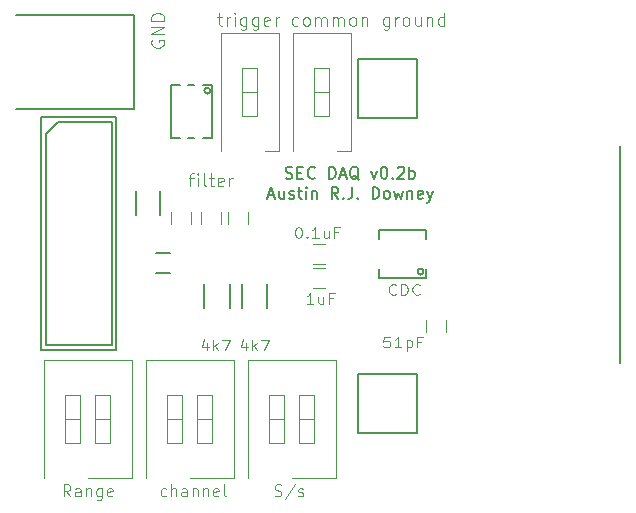
<source format=gbr>
G04 #@! TF.FileFunction,Legend,Top*
%FSLAX46Y46*%
G04 Gerber Fmt 4.6, Leading zero omitted, Abs format (unit mm)*
G04 Created by KiCad (PCBNEW 4.0.5) date 02/15/17 17:48:56*
%MOMM*%
%LPD*%
G01*
G04 APERTURE LIST*
%ADD10C,0.100000*%
%ADD11C,0.200000*%
%ADD12C,0.150000*%
%ADD13C,0.120000*%
G04 APERTURE END LIST*
D10*
X166709000Y-88595095D02*
X166656619Y-88699857D01*
X166656619Y-88857000D01*
X166709000Y-89014142D01*
X166813762Y-89118904D01*
X166918524Y-89171285D01*
X167128048Y-89223666D01*
X167285190Y-89223666D01*
X167494714Y-89171285D01*
X167599476Y-89118904D01*
X167704238Y-89014142D01*
X167756619Y-88857000D01*
X167756619Y-88752238D01*
X167704238Y-88595095D01*
X167651857Y-88542714D01*
X167285190Y-88542714D01*
X167285190Y-88752238D01*
X167756619Y-88071285D02*
X166656619Y-88071285D01*
X167756619Y-87442714D01*
X166656619Y-87442714D01*
X167756619Y-86918904D02*
X166656619Y-86918904D01*
X166656619Y-86656999D01*
X166709000Y-86499857D01*
X166813762Y-86395095D01*
X166918524Y-86342714D01*
X167128048Y-86290333D01*
X167285190Y-86290333D01*
X167494714Y-86342714D01*
X167599476Y-86395095D01*
X167704238Y-86499857D01*
X167756619Y-86656999D01*
X167756619Y-86918904D01*
X187396524Y-110049429D02*
X187348905Y-110092286D01*
X187206048Y-110135143D01*
X187110810Y-110135143D01*
X186967952Y-110092286D01*
X186872714Y-110006571D01*
X186825095Y-109920857D01*
X186777476Y-109749429D01*
X186777476Y-109620857D01*
X186825095Y-109449429D01*
X186872714Y-109363714D01*
X186967952Y-109278000D01*
X187110810Y-109235143D01*
X187206048Y-109235143D01*
X187348905Y-109278000D01*
X187396524Y-109320857D01*
X187825095Y-110135143D02*
X187825095Y-109235143D01*
X188063190Y-109235143D01*
X188206048Y-109278000D01*
X188301286Y-109363714D01*
X188348905Y-109449429D01*
X188396524Y-109620857D01*
X188396524Y-109749429D01*
X188348905Y-109920857D01*
X188301286Y-110006571D01*
X188206048Y-110092286D01*
X188063190Y-110135143D01*
X187825095Y-110135143D01*
X189396524Y-110049429D02*
X189348905Y-110092286D01*
X189206048Y-110135143D01*
X189110810Y-110135143D01*
X188967952Y-110092286D01*
X188872714Y-110006571D01*
X188825095Y-109920857D01*
X188777476Y-109749429D01*
X188777476Y-109620857D01*
X188825095Y-109449429D01*
X188872714Y-109363714D01*
X188967952Y-109278000D01*
X189110810Y-109235143D01*
X189206048Y-109235143D01*
X189348905Y-109278000D01*
X189396524Y-109320857D01*
X169818287Y-100221286D02*
X170237335Y-100221286D01*
X169975430Y-100954619D02*
X169975430Y-100011762D01*
X170027811Y-99907000D01*
X170132573Y-99854619D01*
X170237335Y-99854619D01*
X170604001Y-100954619D02*
X170604001Y-100221286D01*
X170604001Y-99854619D02*
X170551620Y-99907000D01*
X170604001Y-99959381D01*
X170656382Y-99907000D01*
X170604001Y-99854619D01*
X170604001Y-99959381D01*
X171284954Y-100954619D02*
X171180192Y-100902238D01*
X171127811Y-100797476D01*
X171127811Y-99854619D01*
X171546858Y-100221286D02*
X171965906Y-100221286D01*
X171704001Y-99854619D02*
X171704001Y-100797476D01*
X171756382Y-100902238D01*
X171861144Y-100954619D01*
X171965906Y-100954619D01*
X172751619Y-100902238D02*
X172646857Y-100954619D01*
X172437334Y-100954619D01*
X172332572Y-100902238D01*
X172280191Y-100797476D01*
X172280191Y-100378429D01*
X172332572Y-100273667D01*
X172437334Y-100221286D01*
X172646857Y-100221286D01*
X172751619Y-100273667D01*
X172804000Y-100378429D01*
X172804000Y-100483190D01*
X172280191Y-100587952D01*
X173275429Y-100954619D02*
X173275429Y-100221286D01*
X173275429Y-100430810D02*
X173327810Y-100326048D01*
X173380191Y-100273667D01*
X173484953Y-100221286D01*
X173589714Y-100221286D01*
X174696524Y-114234143D02*
X174696524Y-114834143D01*
X174458428Y-113891286D02*
X174220333Y-114534143D01*
X174839381Y-114534143D01*
X175220333Y-114834143D02*
X175220333Y-113934143D01*
X175315571Y-114491286D02*
X175601286Y-114834143D01*
X175601286Y-114234143D02*
X175220333Y-114577000D01*
X175934619Y-113934143D02*
X176601286Y-113934143D01*
X176172714Y-114834143D01*
X171394524Y-114234143D02*
X171394524Y-114834143D01*
X171156428Y-113891286D02*
X170918333Y-114534143D01*
X171537381Y-114534143D01*
X171918333Y-114834143D02*
X171918333Y-113934143D01*
X172013571Y-114491286D02*
X172299286Y-114834143D01*
X172299286Y-114234143D02*
X171918333Y-114577000D01*
X172632619Y-113934143D02*
X173299286Y-113934143D01*
X172870714Y-114834143D01*
X179078143Y-104409143D02*
X179173382Y-104409143D01*
X179268620Y-104452000D01*
X179316239Y-104494857D01*
X179363858Y-104580571D01*
X179411477Y-104752000D01*
X179411477Y-104966286D01*
X179363858Y-105137714D01*
X179316239Y-105223429D01*
X179268620Y-105266286D01*
X179173382Y-105309143D01*
X179078143Y-105309143D01*
X178982905Y-105266286D01*
X178935286Y-105223429D01*
X178887667Y-105137714D01*
X178840048Y-104966286D01*
X178840048Y-104752000D01*
X178887667Y-104580571D01*
X178935286Y-104494857D01*
X178982905Y-104452000D01*
X179078143Y-104409143D01*
X179840048Y-105223429D02*
X179887667Y-105266286D01*
X179840048Y-105309143D01*
X179792429Y-105266286D01*
X179840048Y-105223429D01*
X179840048Y-105309143D01*
X180840048Y-105309143D02*
X180268619Y-105309143D01*
X180554333Y-105309143D02*
X180554333Y-104409143D01*
X180459095Y-104537714D01*
X180363857Y-104623429D01*
X180268619Y-104666286D01*
X181697191Y-104709143D02*
X181697191Y-105309143D01*
X181268619Y-104709143D02*
X181268619Y-105180571D01*
X181316238Y-105266286D01*
X181411476Y-105309143D01*
X181554334Y-105309143D01*
X181649572Y-105266286D01*
X181697191Y-105223429D01*
X182506715Y-104837714D02*
X182173381Y-104837714D01*
X182173381Y-105309143D02*
X182173381Y-104409143D01*
X182649572Y-104409143D01*
X180379762Y-110897143D02*
X179808333Y-110897143D01*
X180094047Y-110897143D02*
X180094047Y-109997143D01*
X179998809Y-110125714D01*
X179903571Y-110211429D01*
X179808333Y-110254286D01*
X181236905Y-110297143D02*
X181236905Y-110897143D01*
X180808333Y-110297143D02*
X180808333Y-110768571D01*
X180855952Y-110854286D01*
X180951190Y-110897143D01*
X181094048Y-110897143D01*
X181189286Y-110854286D01*
X181236905Y-110811429D01*
X182046429Y-110425714D02*
X181713095Y-110425714D01*
X181713095Y-110897143D02*
X181713095Y-109997143D01*
X182189286Y-109997143D01*
X186840953Y-113680143D02*
X186364762Y-113680143D01*
X186317143Y-114108714D01*
X186364762Y-114065857D01*
X186460000Y-114023000D01*
X186698096Y-114023000D01*
X186793334Y-114065857D01*
X186840953Y-114108714D01*
X186888572Y-114194429D01*
X186888572Y-114408714D01*
X186840953Y-114494429D01*
X186793334Y-114537286D01*
X186698096Y-114580143D01*
X186460000Y-114580143D01*
X186364762Y-114537286D01*
X186317143Y-114494429D01*
X187840953Y-114580143D02*
X187269524Y-114580143D01*
X187555238Y-114580143D02*
X187555238Y-113680143D01*
X187460000Y-113808714D01*
X187364762Y-113894429D01*
X187269524Y-113937286D01*
X188269524Y-113980143D02*
X188269524Y-114880143D01*
X188269524Y-114023000D02*
X188364762Y-113980143D01*
X188555239Y-113980143D01*
X188650477Y-114023000D01*
X188698096Y-114065857D01*
X188745715Y-114151571D01*
X188745715Y-114408714D01*
X188698096Y-114494429D01*
X188650477Y-114537286D01*
X188555239Y-114580143D01*
X188364762Y-114580143D01*
X188269524Y-114537286D01*
X189507620Y-114108714D02*
X189174286Y-114108714D01*
X189174286Y-114580143D02*
X189174286Y-113680143D01*
X189650477Y-113680143D01*
X179093762Y-87313238D02*
X178989000Y-87365619D01*
X178779477Y-87365619D01*
X178674715Y-87313238D01*
X178622334Y-87260857D01*
X178569953Y-87156095D01*
X178569953Y-86841810D01*
X178622334Y-86737048D01*
X178674715Y-86684667D01*
X178779477Y-86632286D01*
X178989000Y-86632286D01*
X179093762Y-86684667D01*
X179722334Y-87365619D02*
X179617572Y-87313238D01*
X179565191Y-87260857D01*
X179512810Y-87156095D01*
X179512810Y-86841810D01*
X179565191Y-86737048D01*
X179617572Y-86684667D01*
X179722334Y-86632286D01*
X179879476Y-86632286D01*
X179984238Y-86684667D01*
X180036619Y-86737048D01*
X180089000Y-86841810D01*
X180089000Y-87156095D01*
X180036619Y-87260857D01*
X179984238Y-87313238D01*
X179879476Y-87365619D01*
X179722334Y-87365619D01*
X180560429Y-87365619D02*
X180560429Y-86632286D01*
X180560429Y-86737048D02*
X180612810Y-86684667D01*
X180717572Y-86632286D01*
X180874714Y-86632286D01*
X180979476Y-86684667D01*
X181031857Y-86789429D01*
X181031857Y-87365619D01*
X181031857Y-86789429D02*
X181084238Y-86684667D01*
X181189000Y-86632286D01*
X181346143Y-86632286D01*
X181450905Y-86684667D01*
X181503286Y-86789429D01*
X181503286Y-87365619D01*
X182027096Y-87365619D02*
X182027096Y-86632286D01*
X182027096Y-86737048D02*
X182079477Y-86684667D01*
X182184239Y-86632286D01*
X182341381Y-86632286D01*
X182446143Y-86684667D01*
X182498524Y-86789429D01*
X182498524Y-87365619D01*
X182498524Y-86789429D02*
X182550905Y-86684667D01*
X182655667Y-86632286D01*
X182812810Y-86632286D01*
X182917572Y-86684667D01*
X182969953Y-86789429D01*
X182969953Y-87365619D01*
X183650906Y-87365619D02*
X183546144Y-87313238D01*
X183493763Y-87260857D01*
X183441382Y-87156095D01*
X183441382Y-86841810D01*
X183493763Y-86737048D01*
X183546144Y-86684667D01*
X183650906Y-86632286D01*
X183808048Y-86632286D01*
X183912810Y-86684667D01*
X183965191Y-86737048D01*
X184017572Y-86841810D01*
X184017572Y-87156095D01*
X183965191Y-87260857D01*
X183912810Y-87313238D01*
X183808048Y-87365619D01*
X183650906Y-87365619D01*
X184489001Y-86632286D02*
X184489001Y-87365619D01*
X184489001Y-86737048D02*
X184541382Y-86684667D01*
X184646144Y-86632286D01*
X184803286Y-86632286D01*
X184908048Y-86684667D01*
X184960429Y-86789429D01*
X184960429Y-87365619D01*
X186793762Y-86632286D02*
X186793762Y-87522762D01*
X186741381Y-87627524D01*
X186689000Y-87679905D01*
X186584239Y-87732286D01*
X186427096Y-87732286D01*
X186322334Y-87679905D01*
X186793762Y-87313238D02*
X186689000Y-87365619D01*
X186479477Y-87365619D01*
X186374715Y-87313238D01*
X186322334Y-87260857D01*
X186269953Y-87156095D01*
X186269953Y-86841810D01*
X186322334Y-86737048D01*
X186374715Y-86684667D01*
X186479477Y-86632286D01*
X186689000Y-86632286D01*
X186793762Y-86684667D01*
X187317572Y-87365619D02*
X187317572Y-86632286D01*
X187317572Y-86841810D02*
X187369953Y-86737048D01*
X187422334Y-86684667D01*
X187527096Y-86632286D01*
X187631857Y-86632286D01*
X188155667Y-87365619D02*
X188050905Y-87313238D01*
X187998524Y-87260857D01*
X187946143Y-87156095D01*
X187946143Y-86841810D01*
X187998524Y-86737048D01*
X188050905Y-86684667D01*
X188155667Y-86632286D01*
X188312809Y-86632286D01*
X188417571Y-86684667D01*
X188469952Y-86737048D01*
X188522333Y-86841810D01*
X188522333Y-87156095D01*
X188469952Y-87260857D01*
X188417571Y-87313238D01*
X188312809Y-87365619D01*
X188155667Y-87365619D01*
X189465190Y-86632286D02*
X189465190Y-87365619D01*
X188993762Y-86632286D02*
X188993762Y-87208476D01*
X189046143Y-87313238D01*
X189150905Y-87365619D01*
X189308047Y-87365619D01*
X189412809Y-87313238D01*
X189465190Y-87260857D01*
X189989000Y-86632286D02*
X189989000Y-87365619D01*
X189989000Y-86737048D02*
X190041381Y-86684667D01*
X190146143Y-86632286D01*
X190303285Y-86632286D01*
X190408047Y-86684667D01*
X190460428Y-86789429D01*
X190460428Y-87365619D01*
X191455666Y-87365619D02*
X191455666Y-86265619D01*
X191455666Y-87313238D02*
X191350904Y-87365619D01*
X191141381Y-87365619D01*
X191036619Y-87313238D01*
X190984238Y-87260857D01*
X190931857Y-87156095D01*
X190931857Y-86841810D01*
X190984238Y-86737048D01*
X191036619Y-86684667D01*
X191141381Y-86632286D01*
X191350904Y-86632286D01*
X191455666Y-86684667D01*
X172259953Y-86632286D02*
X172679001Y-86632286D01*
X172417096Y-86265619D02*
X172417096Y-87208476D01*
X172469477Y-87313238D01*
X172574239Y-87365619D01*
X172679001Y-87365619D01*
X173045667Y-87365619D02*
X173045667Y-86632286D01*
X173045667Y-86841810D02*
X173098048Y-86737048D01*
X173150429Y-86684667D01*
X173255191Y-86632286D01*
X173359952Y-86632286D01*
X173726619Y-87365619D02*
X173726619Y-86632286D01*
X173726619Y-86265619D02*
X173674238Y-86318000D01*
X173726619Y-86370381D01*
X173779000Y-86318000D01*
X173726619Y-86265619D01*
X173726619Y-86370381D01*
X174721857Y-86632286D02*
X174721857Y-87522762D01*
X174669476Y-87627524D01*
X174617095Y-87679905D01*
X174512334Y-87732286D01*
X174355191Y-87732286D01*
X174250429Y-87679905D01*
X174721857Y-87313238D02*
X174617095Y-87365619D01*
X174407572Y-87365619D01*
X174302810Y-87313238D01*
X174250429Y-87260857D01*
X174198048Y-87156095D01*
X174198048Y-86841810D01*
X174250429Y-86737048D01*
X174302810Y-86684667D01*
X174407572Y-86632286D01*
X174617095Y-86632286D01*
X174721857Y-86684667D01*
X175717095Y-86632286D02*
X175717095Y-87522762D01*
X175664714Y-87627524D01*
X175612333Y-87679905D01*
X175507572Y-87732286D01*
X175350429Y-87732286D01*
X175245667Y-87679905D01*
X175717095Y-87313238D02*
X175612333Y-87365619D01*
X175402810Y-87365619D01*
X175298048Y-87313238D01*
X175245667Y-87260857D01*
X175193286Y-87156095D01*
X175193286Y-86841810D01*
X175245667Y-86737048D01*
X175298048Y-86684667D01*
X175402810Y-86632286D01*
X175612333Y-86632286D01*
X175717095Y-86684667D01*
X176659952Y-87313238D02*
X176555190Y-87365619D01*
X176345667Y-87365619D01*
X176240905Y-87313238D01*
X176188524Y-87208476D01*
X176188524Y-86789429D01*
X176240905Y-86684667D01*
X176345667Y-86632286D01*
X176555190Y-86632286D01*
X176659952Y-86684667D01*
X176712333Y-86789429D01*
X176712333Y-86894190D01*
X176188524Y-86998952D01*
X177183762Y-87365619D02*
X177183762Y-86632286D01*
X177183762Y-86841810D02*
X177236143Y-86737048D01*
X177288524Y-86684667D01*
X177393286Y-86632286D01*
X177498047Y-86632286D01*
X177093714Y-127150762D02*
X177236571Y-127198381D01*
X177474667Y-127198381D01*
X177569905Y-127150762D01*
X177617524Y-127103143D01*
X177665143Y-127007905D01*
X177665143Y-126912667D01*
X177617524Y-126817429D01*
X177569905Y-126769810D01*
X177474667Y-126722190D01*
X177284190Y-126674571D01*
X177188952Y-126626952D01*
X177141333Y-126579333D01*
X177093714Y-126484095D01*
X177093714Y-126388857D01*
X177141333Y-126293619D01*
X177188952Y-126246000D01*
X177284190Y-126198381D01*
X177522286Y-126198381D01*
X177665143Y-126246000D01*
X178808000Y-126150762D02*
X177950857Y-127436476D01*
X179093714Y-127150762D02*
X179188952Y-127198381D01*
X179379428Y-127198381D01*
X179474667Y-127150762D01*
X179522286Y-127055524D01*
X179522286Y-127007905D01*
X179474667Y-126912667D01*
X179379428Y-126865048D01*
X179236571Y-126865048D01*
X179141333Y-126817429D01*
X179093714Y-126722190D01*
X179093714Y-126674571D01*
X179141333Y-126579333D01*
X179236571Y-126531714D01*
X179379428Y-126531714D01*
X179474667Y-126579333D01*
X167918095Y-127150762D02*
X167822857Y-127198381D01*
X167632380Y-127198381D01*
X167537142Y-127150762D01*
X167489523Y-127103143D01*
X167441904Y-127007905D01*
X167441904Y-126722190D01*
X167489523Y-126626952D01*
X167537142Y-126579333D01*
X167632380Y-126531714D01*
X167822857Y-126531714D01*
X167918095Y-126579333D01*
X168346666Y-127198381D02*
X168346666Y-126198381D01*
X168775238Y-127198381D02*
X168775238Y-126674571D01*
X168727619Y-126579333D01*
X168632381Y-126531714D01*
X168489523Y-126531714D01*
X168394285Y-126579333D01*
X168346666Y-126626952D01*
X169680000Y-127198381D02*
X169680000Y-126674571D01*
X169632381Y-126579333D01*
X169537143Y-126531714D01*
X169346666Y-126531714D01*
X169251428Y-126579333D01*
X169680000Y-127150762D02*
X169584762Y-127198381D01*
X169346666Y-127198381D01*
X169251428Y-127150762D01*
X169203809Y-127055524D01*
X169203809Y-126960286D01*
X169251428Y-126865048D01*
X169346666Y-126817429D01*
X169584762Y-126817429D01*
X169680000Y-126769810D01*
X170156190Y-126531714D02*
X170156190Y-127198381D01*
X170156190Y-126626952D02*
X170203809Y-126579333D01*
X170299047Y-126531714D01*
X170441905Y-126531714D01*
X170537143Y-126579333D01*
X170584762Y-126674571D01*
X170584762Y-127198381D01*
X171060952Y-126531714D02*
X171060952Y-127198381D01*
X171060952Y-126626952D02*
X171108571Y-126579333D01*
X171203809Y-126531714D01*
X171346667Y-126531714D01*
X171441905Y-126579333D01*
X171489524Y-126674571D01*
X171489524Y-127198381D01*
X172346667Y-127150762D02*
X172251429Y-127198381D01*
X172060952Y-127198381D01*
X171965714Y-127150762D01*
X171918095Y-127055524D01*
X171918095Y-126674571D01*
X171965714Y-126579333D01*
X172060952Y-126531714D01*
X172251429Y-126531714D01*
X172346667Y-126579333D01*
X172394286Y-126674571D01*
X172394286Y-126769810D01*
X171918095Y-126865048D01*
X172965714Y-127198381D02*
X172870476Y-127150762D01*
X172822857Y-127055524D01*
X172822857Y-126198381D01*
X159813810Y-127198381D02*
X159480476Y-126722190D01*
X159242381Y-127198381D02*
X159242381Y-126198381D01*
X159623334Y-126198381D01*
X159718572Y-126246000D01*
X159766191Y-126293619D01*
X159813810Y-126388857D01*
X159813810Y-126531714D01*
X159766191Y-126626952D01*
X159718572Y-126674571D01*
X159623334Y-126722190D01*
X159242381Y-126722190D01*
X160670953Y-127198381D02*
X160670953Y-126674571D01*
X160623334Y-126579333D01*
X160528096Y-126531714D01*
X160337619Y-126531714D01*
X160242381Y-126579333D01*
X160670953Y-127150762D02*
X160575715Y-127198381D01*
X160337619Y-127198381D01*
X160242381Y-127150762D01*
X160194762Y-127055524D01*
X160194762Y-126960286D01*
X160242381Y-126865048D01*
X160337619Y-126817429D01*
X160575715Y-126817429D01*
X160670953Y-126769810D01*
X161147143Y-126531714D02*
X161147143Y-127198381D01*
X161147143Y-126626952D02*
X161194762Y-126579333D01*
X161290000Y-126531714D01*
X161432858Y-126531714D01*
X161528096Y-126579333D01*
X161575715Y-126674571D01*
X161575715Y-127198381D01*
X162480477Y-126531714D02*
X162480477Y-127341238D01*
X162432858Y-127436476D01*
X162385239Y-127484095D01*
X162290000Y-127531714D01*
X162147143Y-127531714D01*
X162051905Y-127484095D01*
X162480477Y-127150762D02*
X162385239Y-127198381D01*
X162194762Y-127198381D01*
X162099524Y-127150762D01*
X162051905Y-127103143D01*
X162004286Y-127007905D01*
X162004286Y-126722190D01*
X162051905Y-126626952D01*
X162099524Y-126579333D01*
X162194762Y-126531714D01*
X162385239Y-126531714D01*
X162480477Y-126579333D01*
X163337620Y-127150762D02*
X163242382Y-127198381D01*
X163051905Y-127198381D01*
X162956667Y-127150762D01*
X162909048Y-127055524D01*
X162909048Y-126674571D01*
X162956667Y-126579333D01*
X163051905Y-126531714D01*
X163242382Y-126531714D01*
X163337620Y-126579333D01*
X163385239Y-126674571D01*
X163385239Y-126769810D01*
X162909048Y-126865048D01*
D11*
X178038809Y-100265762D02*
X178181666Y-100313381D01*
X178419762Y-100313381D01*
X178515000Y-100265762D01*
X178562619Y-100218143D01*
X178610238Y-100122905D01*
X178610238Y-100027667D01*
X178562619Y-99932429D01*
X178515000Y-99884810D01*
X178419762Y-99837190D01*
X178229285Y-99789571D01*
X178134047Y-99741952D01*
X178086428Y-99694333D01*
X178038809Y-99599095D01*
X178038809Y-99503857D01*
X178086428Y-99408619D01*
X178134047Y-99361000D01*
X178229285Y-99313381D01*
X178467381Y-99313381D01*
X178610238Y-99361000D01*
X179038809Y-99789571D02*
X179372143Y-99789571D01*
X179515000Y-100313381D02*
X179038809Y-100313381D01*
X179038809Y-99313381D01*
X179515000Y-99313381D01*
X180515000Y-100218143D02*
X180467381Y-100265762D01*
X180324524Y-100313381D01*
X180229286Y-100313381D01*
X180086428Y-100265762D01*
X179991190Y-100170524D01*
X179943571Y-100075286D01*
X179895952Y-99884810D01*
X179895952Y-99741952D01*
X179943571Y-99551476D01*
X179991190Y-99456238D01*
X180086428Y-99361000D01*
X180229286Y-99313381D01*
X180324524Y-99313381D01*
X180467381Y-99361000D01*
X180515000Y-99408619D01*
X181705476Y-100313381D02*
X181705476Y-99313381D01*
X181943571Y-99313381D01*
X182086429Y-99361000D01*
X182181667Y-99456238D01*
X182229286Y-99551476D01*
X182276905Y-99741952D01*
X182276905Y-99884810D01*
X182229286Y-100075286D01*
X182181667Y-100170524D01*
X182086429Y-100265762D01*
X181943571Y-100313381D01*
X181705476Y-100313381D01*
X182657857Y-100027667D02*
X183134048Y-100027667D01*
X182562619Y-100313381D02*
X182895952Y-99313381D01*
X183229286Y-100313381D01*
X184229286Y-100408619D02*
X184134048Y-100361000D01*
X184038810Y-100265762D01*
X183895953Y-100122905D01*
X183800714Y-100075286D01*
X183705476Y-100075286D01*
X183753095Y-100313381D02*
X183657857Y-100265762D01*
X183562619Y-100170524D01*
X183515000Y-99980048D01*
X183515000Y-99646714D01*
X183562619Y-99456238D01*
X183657857Y-99361000D01*
X183753095Y-99313381D01*
X183943572Y-99313381D01*
X184038810Y-99361000D01*
X184134048Y-99456238D01*
X184181667Y-99646714D01*
X184181667Y-99980048D01*
X184134048Y-100170524D01*
X184038810Y-100265762D01*
X183943572Y-100313381D01*
X183753095Y-100313381D01*
X185276905Y-99646714D02*
X185515000Y-100313381D01*
X185753096Y-99646714D01*
X186324524Y-99313381D02*
X186419763Y-99313381D01*
X186515001Y-99361000D01*
X186562620Y-99408619D01*
X186610239Y-99503857D01*
X186657858Y-99694333D01*
X186657858Y-99932429D01*
X186610239Y-100122905D01*
X186562620Y-100218143D01*
X186515001Y-100265762D01*
X186419763Y-100313381D01*
X186324524Y-100313381D01*
X186229286Y-100265762D01*
X186181667Y-100218143D01*
X186134048Y-100122905D01*
X186086429Y-99932429D01*
X186086429Y-99694333D01*
X186134048Y-99503857D01*
X186181667Y-99408619D01*
X186229286Y-99361000D01*
X186324524Y-99313381D01*
X187086429Y-100218143D02*
X187134048Y-100265762D01*
X187086429Y-100313381D01*
X187038810Y-100265762D01*
X187086429Y-100218143D01*
X187086429Y-100313381D01*
X187515000Y-99408619D02*
X187562619Y-99361000D01*
X187657857Y-99313381D01*
X187895953Y-99313381D01*
X187991191Y-99361000D01*
X188038810Y-99408619D01*
X188086429Y-99503857D01*
X188086429Y-99599095D01*
X188038810Y-99741952D01*
X187467381Y-100313381D01*
X188086429Y-100313381D01*
X188515000Y-100313381D02*
X188515000Y-99313381D01*
X188515000Y-99694333D02*
X188610238Y-99646714D01*
X188800715Y-99646714D01*
X188895953Y-99694333D01*
X188943572Y-99741952D01*
X188991191Y-99837190D01*
X188991191Y-100122905D01*
X188943572Y-100218143D01*
X188895953Y-100265762D01*
X188800715Y-100313381D01*
X188610238Y-100313381D01*
X188515000Y-100265762D01*
X176586428Y-101727667D02*
X177062619Y-101727667D01*
X176491190Y-102013381D02*
X176824523Y-101013381D01*
X177157857Y-102013381D01*
X177919762Y-101346714D02*
X177919762Y-102013381D01*
X177491190Y-101346714D02*
X177491190Y-101870524D01*
X177538809Y-101965762D01*
X177634047Y-102013381D01*
X177776905Y-102013381D01*
X177872143Y-101965762D01*
X177919762Y-101918143D01*
X178348333Y-101965762D02*
X178443571Y-102013381D01*
X178634047Y-102013381D01*
X178729286Y-101965762D01*
X178776905Y-101870524D01*
X178776905Y-101822905D01*
X178729286Y-101727667D01*
X178634047Y-101680048D01*
X178491190Y-101680048D01*
X178395952Y-101632429D01*
X178348333Y-101537190D01*
X178348333Y-101489571D01*
X178395952Y-101394333D01*
X178491190Y-101346714D01*
X178634047Y-101346714D01*
X178729286Y-101394333D01*
X179062619Y-101346714D02*
X179443571Y-101346714D01*
X179205476Y-101013381D02*
X179205476Y-101870524D01*
X179253095Y-101965762D01*
X179348333Y-102013381D01*
X179443571Y-102013381D01*
X179776905Y-102013381D02*
X179776905Y-101346714D01*
X179776905Y-101013381D02*
X179729286Y-101061000D01*
X179776905Y-101108619D01*
X179824524Y-101061000D01*
X179776905Y-101013381D01*
X179776905Y-101108619D01*
X180253095Y-101346714D02*
X180253095Y-102013381D01*
X180253095Y-101441952D02*
X180300714Y-101394333D01*
X180395952Y-101346714D01*
X180538810Y-101346714D01*
X180634048Y-101394333D01*
X180681667Y-101489571D01*
X180681667Y-102013381D01*
X182491191Y-102013381D02*
X182157857Y-101537190D01*
X181919762Y-102013381D02*
X181919762Y-101013381D01*
X182300715Y-101013381D01*
X182395953Y-101061000D01*
X182443572Y-101108619D01*
X182491191Y-101203857D01*
X182491191Y-101346714D01*
X182443572Y-101441952D01*
X182395953Y-101489571D01*
X182300715Y-101537190D01*
X181919762Y-101537190D01*
X182919762Y-101918143D02*
X182967381Y-101965762D01*
X182919762Y-102013381D01*
X182872143Y-101965762D01*
X182919762Y-101918143D01*
X182919762Y-102013381D01*
X183681667Y-101013381D02*
X183681667Y-101727667D01*
X183634047Y-101870524D01*
X183538809Y-101965762D01*
X183395952Y-102013381D01*
X183300714Y-102013381D01*
X184157857Y-101918143D02*
X184205476Y-101965762D01*
X184157857Y-102013381D01*
X184110238Y-101965762D01*
X184157857Y-101918143D01*
X184157857Y-102013381D01*
X185395952Y-102013381D02*
X185395952Y-101013381D01*
X185634047Y-101013381D01*
X185776905Y-101061000D01*
X185872143Y-101156238D01*
X185919762Y-101251476D01*
X185967381Y-101441952D01*
X185967381Y-101584810D01*
X185919762Y-101775286D01*
X185872143Y-101870524D01*
X185776905Y-101965762D01*
X185634047Y-102013381D01*
X185395952Y-102013381D01*
X186538809Y-102013381D02*
X186443571Y-101965762D01*
X186395952Y-101918143D01*
X186348333Y-101822905D01*
X186348333Y-101537190D01*
X186395952Y-101441952D01*
X186443571Y-101394333D01*
X186538809Y-101346714D01*
X186681667Y-101346714D01*
X186776905Y-101394333D01*
X186824524Y-101441952D01*
X186872143Y-101537190D01*
X186872143Y-101822905D01*
X186824524Y-101918143D01*
X186776905Y-101965762D01*
X186681667Y-102013381D01*
X186538809Y-102013381D01*
X187205476Y-101346714D02*
X187395952Y-102013381D01*
X187586429Y-101537190D01*
X187776905Y-102013381D01*
X187967381Y-101346714D01*
X188348333Y-101346714D02*
X188348333Y-102013381D01*
X188348333Y-101441952D02*
X188395952Y-101394333D01*
X188491190Y-101346714D01*
X188634048Y-101346714D01*
X188729286Y-101394333D01*
X188776905Y-101489571D01*
X188776905Y-102013381D01*
X189634048Y-101965762D02*
X189538810Y-102013381D01*
X189348333Y-102013381D01*
X189253095Y-101965762D01*
X189205476Y-101870524D01*
X189205476Y-101489571D01*
X189253095Y-101394333D01*
X189348333Y-101346714D01*
X189538810Y-101346714D01*
X189634048Y-101394333D01*
X189681667Y-101489571D01*
X189681667Y-101584810D01*
X189205476Y-101680048D01*
X190015000Y-101346714D02*
X190253095Y-102013381D01*
X190491191Y-101346714D02*
X190253095Y-102013381D01*
X190157857Y-102251476D01*
X190110238Y-102299095D01*
X190015000Y-102346714D01*
D12*
X189960000Y-104680000D02*
X185960000Y-104680000D01*
X185960000Y-104680000D02*
X185960000Y-104930000D01*
X189960000Y-104680000D02*
X189960000Y-104930000D01*
X189710000Y-108180000D02*
G75*
G03X189710000Y-108180000I-250000J0D01*
G01*
X189960000Y-107930000D02*
X189960000Y-108680000D01*
X189960000Y-108680000D02*
X185960000Y-108680000D01*
X185960000Y-108680000D02*
X185960000Y-108430000D01*
X185960000Y-105430000D02*
X185960000Y-104930000D01*
X189960000Y-104930000D02*
X189960000Y-105430000D01*
X185960000Y-108430000D02*
X185960000Y-107930000D01*
X184190640Y-116880640D02*
X189189360Y-116880640D01*
X189189360Y-116880640D02*
X189189360Y-121879360D01*
X189189360Y-121879360D02*
X184190640Y-121879360D01*
X184190640Y-121879360D02*
X184190640Y-116880640D01*
X184190640Y-90210640D02*
X189189360Y-90210640D01*
X189189360Y-90210640D02*
X189189360Y-95209360D01*
X189189360Y-95209360D02*
X184190640Y-95209360D01*
X184190640Y-95209360D02*
X184190640Y-90210640D01*
X165345000Y-101362000D02*
X165345000Y-103362000D01*
X167395000Y-103362000D02*
X167395000Y-101362000D01*
D13*
X166176000Y-125660000D02*
X166176000Y-115640000D01*
X166176000Y-115640000D02*
X173676000Y-115640000D01*
X173676000Y-115640000D02*
X173676000Y-125660000D01*
X173676000Y-125660000D02*
X169926000Y-125660000D01*
X168021000Y-122680000D02*
X169291000Y-122680000D01*
X169291000Y-122680000D02*
X169291000Y-118620000D01*
X169291000Y-118620000D02*
X168021000Y-118620000D01*
X168021000Y-118620000D02*
X168021000Y-122680000D01*
X168021000Y-120650000D02*
X169291000Y-120650000D01*
X170561000Y-122680000D02*
X171831000Y-122680000D01*
X171831000Y-122680000D02*
X171831000Y-118620000D01*
X171831000Y-118620000D02*
X170561000Y-118620000D01*
X170561000Y-118620000D02*
X170561000Y-122680000D01*
X170561000Y-120650000D02*
X171831000Y-120650000D01*
X178622000Y-97974000D02*
X178622000Y-87954000D01*
X178622000Y-87954000D02*
X183582000Y-87954000D01*
X183582000Y-87954000D02*
X183582000Y-97974000D01*
X183582000Y-97974000D02*
X182372000Y-97974000D01*
X180467000Y-94994000D02*
X181737000Y-94994000D01*
X181737000Y-94994000D02*
X181737000Y-90934000D01*
X181737000Y-90934000D02*
X180467000Y-90934000D01*
X180467000Y-90934000D02*
X180467000Y-94994000D01*
X180467000Y-92964000D02*
X181737000Y-92964000D01*
X157540000Y-125660000D02*
X157540000Y-115640000D01*
X157540000Y-115640000D02*
X165040000Y-115640000D01*
X165040000Y-115640000D02*
X165040000Y-125660000D01*
X165040000Y-125660000D02*
X161290000Y-125660000D01*
X159385000Y-122680000D02*
X160655000Y-122680000D01*
X160655000Y-122680000D02*
X160655000Y-118620000D01*
X160655000Y-118620000D02*
X159385000Y-118620000D01*
X159385000Y-118620000D02*
X159385000Y-122680000D01*
X159385000Y-120650000D02*
X160655000Y-120650000D01*
X161925000Y-122680000D02*
X163195000Y-122680000D01*
X163195000Y-122680000D02*
X163195000Y-118620000D01*
X163195000Y-118620000D02*
X161925000Y-118620000D01*
X161925000Y-118620000D02*
X161925000Y-122680000D01*
X161925000Y-120650000D02*
X163195000Y-120650000D01*
X174812000Y-125660000D02*
X174812000Y-115640000D01*
X174812000Y-115640000D02*
X182312000Y-115640000D01*
X182312000Y-115640000D02*
X182312000Y-125660000D01*
X182312000Y-125660000D02*
X178562000Y-125660000D01*
X176657000Y-122680000D02*
X177927000Y-122680000D01*
X177927000Y-122680000D02*
X177927000Y-118620000D01*
X177927000Y-118620000D02*
X176657000Y-118620000D01*
X176657000Y-118620000D02*
X176657000Y-122680000D01*
X176657000Y-120650000D02*
X177927000Y-120650000D01*
X179197000Y-122680000D02*
X180467000Y-122680000D01*
X180467000Y-122680000D02*
X180467000Y-118620000D01*
X180467000Y-118620000D02*
X179197000Y-118620000D01*
X179197000Y-118620000D02*
X179197000Y-122680000D01*
X179197000Y-120650000D02*
X180467000Y-120650000D01*
X172526000Y-97974000D02*
X172526000Y-87954000D01*
X172526000Y-87954000D02*
X177486000Y-87954000D01*
X177486000Y-87954000D02*
X177486000Y-97974000D01*
X177486000Y-97974000D02*
X176276000Y-97974000D01*
X174371000Y-94994000D02*
X175641000Y-94994000D01*
X175641000Y-94994000D02*
X175641000Y-90934000D01*
X175641000Y-90934000D02*
X174371000Y-90934000D01*
X174371000Y-90934000D02*
X174371000Y-94994000D01*
X174371000Y-92964000D02*
X175641000Y-92964000D01*
D12*
X171137000Y-111236000D02*
X171137000Y-109236000D01*
X173287000Y-109236000D02*
X173287000Y-111236000D01*
X174312000Y-111236000D02*
X174312000Y-109236000D01*
X176462000Y-109236000D02*
X176462000Y-111236000D01*
D13*
X170854000Y-103132000D02*
X170854000Y-104132000D01*
X172554000Y-104132000D02*
X172554000Y-103132000D01*
X173140000Y-103132000D02*
X173140000Y-104132000D01*
X174840000Y-104132000D02*
X174840000Y-103132000D01*
X191604000Y-113276000D02*
X191604000Y-112276000D01*
X189904000Y-112276000D02*
X189904000Y-113276000D01*
X168314000Y-103132000D02*
X168314000Y-104132000D01*
X170014000Y-104132000D02*
X170014000Y-103132000D01*
X180348000Y-109562000D02*
X181348000Y-109562000D01*
X181348000Y-107862000D02*
X180348000Y-107862000D01*
X180348000Y-107530000D02*
X181348000Y-107530000D01*
X181348000Y-105830000D02*
X180348000Y-105830000D01*
D12*
X168240000Y-108317000D02*
X167040000Y-108317000D01*
X167040000Y-106567000D02*
X168240000Y-106567000D01*
X206375000Y-115951000D02*
X206375000Y-97536000D01*
X171653000Y-92865000D02*
G75*
G03X171653000Y-92865000I-250000J0D01*
G01*
X169803000Y-96865000D02*
X170303000Y-96865000D01*
X169053000Y-92365000D02*
X168553000Y-92365000D01*
X168553000Y-92365000D02*
X168303000Y-92365000D01*
X168303000Y-92365000D02*
X168303000Y-96865000D01*
X168303000Y-96865000D02*
X169053000Y-96865000D01*
X170303000Y-92365000D02*
X169803000Y-92365000D01*
X171053000Y-96865000D02*
X171803000Y-96865000D01*
X171803000Y-96865000D02*
X171803000Y-92365000D01*
X171803000Y-92365000D02*
X171053000Y-92365000D01*
X165211000Y-86424000D02*
X155211000Y-86424000D01*
X165211000Y-94424000D02*
X155211000Y-94424000D01*
X165211000Y-94424000D02*
X165211000Y-86424000D01*
X157353000Y-114173000D02*
X157353000Y-114808000D01*
X157734000Y-113792000D02*
X157734000Y-114427000D01*
X163322000Y-113792000D02*
X163322000Y-114427000D01*
X163703000Y-114173000D02*
X163703000Y-114808000D01*
X157734000Y-114427000D02*
X163322000Y-114427000D01*
X163322000Y-113792000D02*
X163322000Y-95504000D01*
X157734000Y-96520000D02*
X157734000Y-113792000D01*
X158750000Y-95504000D02*
X157734000Y-96520000D01*
X163322000Y-95504000D02*
X158750000Y-95504000D01*
X163703000Y-95123000D02*
X157353000Y-95123000D01*
X157353000Y-95123000D02*
X157353000Y-114173000D01*
X157353000Y-114808000D02*
X163703000Y-114808000D01*
X163703000Y-95123000D02*
X163703000Y-114173000D01*
M02*

</source>
